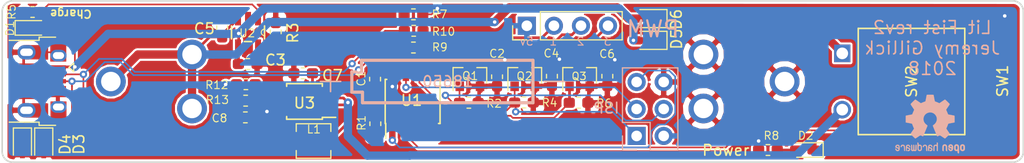
<source format=kicad_pcb>
(kicad_pcb (version 20171130) (host pcbnew "(5.0.0-3-g5ebb6b6)")
  (layers (0 F.Cu signal) (31 B.Cu signal) (34 B.Paste user) (35 F.Paste user) (36 B.SilkS user) (37 F.SilkS user hide) (38 B.Mask user) (39 F.Mask user) (44 Edge.Cuts user))
  (net 0 "")
  (net 1 GND)
  (net 2 "Net-(D1-Pad1)")
  (net 3 "Net-(J1-Pad2)")
  (net 4 "Net-(R3-Pad1)")
  (net 5 "Net-(R1-Pad1)")
  (net 6 "Net-(D2-Pad2)")
  (net 7 +5V)
  (net 8 "Net-(D3-Pad1)")
  (net 9 "Net-(D4-Pad1)")
  (net 10 "Net-(J1-Pad3)")
  (net 11 "Net-(J1-Pad4)")
  (net 12 D-)
  (net 13 D+)
  (net 14 MOSI)
  (net 15 RST)
  (net 16 "Net-(L1-Pad2)")
  (net 17 PWM3)
  (net 18 "Net-(R5-Pad1)")
  (net 19 "Net-(R12-Pad2)")
  (net 20 Vin)
  (net 21 "Net-(C7-Pad1)")
  (net 22 +BATT)
  (net 23 "Net-(D5-Pad1)")
  (module Jeremy:Switch_SPST_GPTS203211BR2 (layer F.Cu) (at 182.85 91.1 270)
    (fp_text reference SW2 (at 0 0 270) (layer F.SilkS))
    (fp_text value Power hide)
    (pad 1 thru_hole rect (at -2.65 6.5 270) (size 1.65 1.524) (drill 1.1) (layers *.Cu *.Mask) (net 23 "Net-(D5-Pad1)"))
    (pad 2 thru_hole circle (at 2.65 6.5 270) (size 1.65 1.65) (drill 1.1) (layers *.Cu *.Mask) (net 21 "Net-(C7-Pad1)"))
  )
  (module SOT95P280X145-5N (layer F.Cu) (at 120.575 86.475 270)
    (fp_text reference U2 (at 0.075 0.075) (layer F.SilkS) (effects (font (size 0.75 0.75) (thickness 0.1))))
    (fp_text value MCP73831T-2ACI/OT hide)
    (pad 1 smd rect (at -1.2954 -0.9398 270) (size 1.27 0.5588) (layers F.Cu F.Paste F.Mask) (net 18 "Net-(R5-Pad1)"))
    (pad 2 smd rect (at -1.2954 0 270) (size 1.27 0.5588) (layers F.Cu F.Paste F.Mask) (net 1 GND))
    (pad 3 smd rect (at -1.2954 0.9398 270) (size 1.27 0.5588) (layers F.Cu F.Paste F.Mask) (net 22 +BATT))
    (pad 4 smd rect (at 1.2954 0.9398 270) (size 1.27 0.5588) (layers F.Cu F.Paste F.Mask) (net 20 Vin))
    (pad 5 smd rect (at 1.2954 -0.9398 270) (size 1.27 0.5588) (layers F.Cu F.Paste F.Mask) (net 4 "Net-(R3-Pad1)"))
  )
  (module Jeremy:Switch_TE_FSMSM (layer F.Cu) (at 191.6 91.1 270)
    (fp_text reference SW1 (at -0.05 0.2 270) (layer F.SilkS))
    (fp_text value Mode hide)
    (pad 1 smd rect (at -4.6 0 270) (size 2.18 1.6) (layers F.Cu F.Paste F.Mask) (net 7 +5V))
    (pad 2 smd rect (at 4.6 0 270) (size 2.18 1.6) (layers F.Cu F.Paste F.Mask) (net 5 "Net-(R1-Pad1)"))
  )
  (module Connector_USB:USB_Micro-B_Amphenol_10103594-0001LF_Horizontal (layer F.Cu) (at 100.9 91.1 270)
    (fp_text reference J2 hide)
    (fp_text value USB_B_Micro)
    (pad 6 smd rect (at 2.725 0.185 270) (size 1.35 2) (layers F.Cu F.Paste F.Mask) (net 1 GND))
    (pad 6 smd rect (at -2.755 0.185 270) (size 1.35 2) (layers F.Cu F.Paste F.Mask) (net 1 GND))
    (pad 6 smd rect (at -2.975 -0.565 270) (size 1.825 0.7) (layers F.Cu F.Paste F.Mask) (net 1 GND))
    (pad 6 smd rect (at 2.975 -0.565 270) (size 1.825 0.7) (layers F.Cu F.Paste F.Mask) (net 1 GND))
    (pad 6 smd rect (at -2.875 -1.865 270) (size 2 1.5) (layers F.Cu F.Paste F.Mask) (net 1 GND))
    (pad 6 smd rect (at 2.875 -1.885 270) (size 2 1.5) (layers F.Cu F.Paste F.Mask) (net 1 GND))
    (pad 1 smd rect (at -1.325 -1.765) (size 1.65 0.4) (layers F.Cu F.Paste F.Mask) (net 20 Vin))
    (pad 2 smd rect (at -0.675 -1.765) (size 1.65 0.4) (layers F.Cu F.Paste F.Mask) (net 9 "Net-(D4-Pad1)"))
    (pad 3 smd rect (at -0.025 -1.765) (size 1.65 0.4) (layers F.Cu F.Paste F.Mask) (net 8 "Net-(D3-Pad1)"))
    (pad 4 smd rect (at 0.625 -1.765) (size 1.65 0.4) (layers F.Cu F.Paste F.Mask))
    (pad 5 smd rect (at 1.275 -1.765) (size 1.65 0.4) (layers F.Cu F.Paste F.Mask) (net 1 GND))
    (pad 6 thru_hole oval (at -2.445 -1.885) (size 1.5 1.1) (drill oval 1.05 0.65) (layers *.Cu *.Mask) (net 1 GND))
    (pad 6 thru_hole oval (at 2.395 -1.885) (size 1.5 1.1) (drill oval 1.05 0.65) (layers *.Cu *.Mask) (net 1 GND))
    (pad 6 thru_hole oval (at -2.755 1.115) (size 1.7 1.35) (drill oval 1.2 0.7) (layers *.Cu *.Mask) (net 1 GND))
    (pad 6 thru_hole oval (at 2.705 1.115) (size 1.7 1.35) (drill oval 1.2 0.7) (layers *.Cu *.Mask) (net 1 GND))
    (pad 6 smd rect (at -0.985 1.385) (size 2.5 1.43) (layers F.Cu F.Paste F.Mask) (net 1 GND))
    (pad 6 smd rect (at 0.935 1.385) (size 2.5 1.43) (layers F.Cu F.Paste F.Mask) (net 1 GND))
  )
  (module Connector_PinHeader_2.54mm:PinHeader_2x03_P2.54mm_Vertical (layer B.Cu) (at 157.05 96.225)
    (fp_text reference J4 hide)
    (fp_text value ISP (at -2.85 -2.625) (layer B.SilkS) (effects (justify mirror)))
    (pad 1 thru_hole rect (at 0 0) (size 1.7 1.7) (drill 1) (layers *.Cu *.Mask) (net 12 D-))
    (pad 2 thru_hole oval (at 2.54 0) (size 1.7 1.7) (drill 1) (layers *.Cu *.Mask) (net 7 +5V))
    (pad 3 thru_hole oval (at 0 -2.54) (size 1.7 1.7) (drill 1) (layers *.Cu *.Mask) (net 13 D+))
    (pad 4 thru_hole oval (at 2.54 -2.54) (size 1.7 1.7) (drill 1) (layers *.Cu *.Mask) (net 14 MOSI))
    (pad 5 thru_hole oval (at 0 -5.08) (size 1.7 1.7) (drill 1) (layers *.Cu *.Mask) (net 15 RST))
    (pad 6 thru_hole oval (at 2.54 -5.08) (size 1.7 1.7) (drill 1) (layers *.Cu *.Mask) (net 1 GND))
  )
  (module Package_TO_SOT_SMD:SOT-23 (layer F.Cu) (at 141.4 90.55 90)
    (fp_text reference Q1 (at -0.025 0.025 180) (layer F.SilkS) (effects (font (size 0.75 0.75) (thickness 0.1))))
    (fp_text value NTR4003NT1G hide)
    (pad 1 smd rect (at -1 -0.95 90) (size 0.9 0.8) (layers F.Cu F.Paste F.Mask) (net 14 MOSI))
    (pad 2 smd rect (at -1 0.95 90) (size 0.9 0.8) (layers F.Cu F.Paste F.Mask) (net 1 GND))
    (pad 3 smd rect (at 1 0 90) (size 0.9 0.8) (layers F.Cu F.Paste F.Mask) (net 3 "Net-(J1-Pad2)"))
  )
  (module Capacitor_SMD:C_0603_1608Metric_Pad1.05x0.95mm_HandSolder (layer F.Cu) (at 132.5 90.875 270)
    (fp_text reference C1 (at -0.05 1.3 270) (layer F.SilkS) (effects (font (size 0.75 0.75) (thickness 0.1))))
    (fp_text value 0.1uF)
    (pad 2 smd roundrect (at 0.875 0 270) (size 1.05 0.95) (layers F.Cu F.Paste F.Mask) (net 1 GND))
    (pad 1 smd roundrect (at -0.875 0 270) (size 1.05 0.95) (layers F.Cu F.Paste F.Mask) (net 7 +5V))
  )
  (module Capacitor_SMD:C_0603_1608Metric_Pad1.05x0.95mm_HandSolder (layer F.Cu) (at 143.95 90.65 90)
    (fp_text reference C2 (at 2.175 0 180) (layer F.SilkS) (effects (font (size 0.75 0.75) (thickness 0.1))))
    (fp_text value 4.7uF)
    (pad 1 smd roundrect (at -0.875 0 90) (size 1.05 0.95) (layers F.Cu F.Paste F.Mask) (net 1 GND))
    (pad 2 smd roundrect (at 0.875 0 90) (size 1.05 0.95) (layers F.Cu F.Paste F.Mask) (net 7 +5V))
  )
  (module Capacitor_SMD:C_0603_1608Metric_Pad1.05x0.95mm_HandSolder (layer F.Cu) (at 120.55 89.45)
    (fp_text reference C3 (at 2.6 -0.375) (layer F.SilkS))
    (fp_text value 4.7uF)
    (pad 2 smd roundrect (at 0.875 0) (size 1.05 0.95) (layers F.Cu F.Paste F.Mask) (net 1 GND))
    (pad 1 smd roundrect (at -0.875 0) (size 1.05 0.95) (layers F.Cu F.Paste F.Mask) (net 20 Vin))
  )
  (module Capacitor_SMD:C_0603_1608Metric_Pad1.05x0.95mm_HandSolder (layer F.Cu) (at 149.1 90.6 90)
    (fp_text reference C4 (at 2.15 -0.05 180) (layer F.SilkS) (effects (font (size 0.75 0.75) (thickness 0.1))))
    (fp_text value 4.7uF)
    (pad 1 smd roundrect (at -0.875 0 90) (size 1.05 0.95) (layers F.Cu F.Paste F.Mask) (net 1 GND))
    (pad 2 smd roundrect (at 0.875 0 90) (size 1.05 0.95) (layers F.Cu F.Paste F.Mask) (net 7 +5V))
  )
  (module Capacitor_SMD:C_0603_1608Metric_Pad1.05x0.95mm_HandSolder (layer F.Cu) (at 118.15 86.025 90)
    (fp_text reference C5 (at -0.1 -1.675 180) (layer F.SilkS))
    (fp_text value 4.7uF)
    (pad 1 smd roundrect (at -0.875 0 90) (size 1.05 0.95) (layers F.Cu F.Paste F.Mask) (net 22 +BATT))
    (pad 2 smd roundrect (at 0.875 0 90) (size 1.05 0.95) (layers F.Cu F.Paste F.Mask) (net 1 GND))
  )
  (module Capacitor_SMD:C_0603_1608Metric_Pad1.05x0.95mm_HandSolder (layer F.Cu) (at 154.3 90.6 90)
    (fp_text reference C6 (at 2.1 -0.025 180) (layer F.SilkS) (effects (font (size 0.75 0.75) (thickness 0.1))))
    (fp_text value 4.7uF)
    (pad 2 smd roundrect (at 0.875 0 90) (size 1.05 0.95) (layers F.Cu F.Paste F.Mask) (net 7 +5V))
    (pad 1 smd roundrect (at -0.875 0 90) (size 1.05 0.95) (layers F.Cu F.Paste F.Mask) (net 1 GND))
  )
  (module Capacitor_SMD:C_0603_1608Metric_Pad1.05x0.95mm_HandSolder (layer F.Cu) (at 125.75 90.325 180)
    (fp_text reference C7 (at -2.75 -0.2 180) (layer F.SilkS))
    (fp_text value 10uF)
    (pad 2 smd roundrect (at 0.875 0 180) (size 1.05 0.95) (layers F.Cu F.Paste F.Mask) (net 1 GND))
    (pad 1 smd roundrect (at -0.875 0 180) (size 1.05 0.95) (layers F.Cu F.Paste F.Mask) (net 21 "Net-(C7-Pad1)"))
  )
  (module Capacitor_SMD:C_0603_1608Metric_Pad1.05x0.95mm_HandSolder (layer F.Cu) (at 120.325 94.475 180)
    (fp_text reference C8 (at 2.425 -0.075 180) (layer F.SilkS) (effects (font (size 0.75 0.75) (thickness 0.1))))
    (fp_text value 22uF)
    (pad 1 smd roundrect (at -0.875 0 180) (size 1.05 0.95) (layers F.Cu F.Paste F.Mask) (net 7 +5V))
    (pad 2 smd roundrect (at 0.875 0 180) (size 1.05 0.95) (layers F.Cu F.Paste F.Mask) (net 1 GND))
  )
  (module LED_SMD:LED_0603_1608Metric_Castellated (layer F.Cu) (at 100.4 86.05)
    (fp_text reference D1 (at -2.175 0.05 90) (layer F.SilkS) (effects (font (size 0.75 0.75) (thickness 0.1))))
    (fp_text value LED)
    (pad 2 smd roundrect (at 0.8125 0) (size 1.225 0.85) (layers F.Cu F.Paste F.Mask) (net 20 Vin))
    (pad 1 smd roundrect (at -0.8125 0) (size 1.225 0.85) (layers F.Cu F.Paste F.Mask) (net 2 "Net-(D1-Pad1)"))
  )
  (module LED_SMD:LED_0603_1608Metric_Castellated (layer F.Cu) (at 172.875 97.55 180)
    (fp_text reference D2 (at -0.05 1.35 180) (layer F.SilkS) (effects (font (size 0.75 0.75) (thickness 0.1))))
    (fp_text value LED)
    (pad 2 smd roundrect (at 0.8125 0 180) (size 1.225 0.85) (layers F.Cu F.Paste F.Mask) (net 6 "Net-(D2-Pad2)"))
    (pad 1 smd roundrect (at -0.8125 0 180) (size 1.225 0.85) (layers F.Cu F.Paste F.Mask) (net 1 GND))
  )
  (module Diode_SMD:D_SOD-323 (layer F.Cu) (at 101.4 96.975 270)
    (fp_text reference D3 (at 0.025 -3.3 270) (layer F.SilkS))
    (fp_text value 3v6)
    (pad 2 smd rect (at 1.05 0 270) (size 0.6 0.45) (layers F.Cu F.Paste F.Mask) (net 1 GND))
    (pad 1 smd rect (at -1.05 0 270) (size 0.6 0.45) (layers F.Cu F.Paste F.Mask) (net 8 "Net-(D3-Pad1)"))
  )
  (module Diode_SMD:D_SOD-323 (layer F.Cu) (at 99.4 96.975 270)
    (fp_text reference D4 (at 0.05 -4 270) (layer F.SilkS))
    (fp_text value 3v6)
    (pad 1 smd rect (at -1.05 0 270) (size 0.6 0.45) (layers F.Cu F.Paste F.Mask) (net 9 "Net-(D4-Pad1)"))
    (pad 2 smd rect (at 1.05 0 270) (size 0.6 0.45) (layers F.Cu F.Paste F.Mask) (net 1 GND))
  )
  (module Inductor_SMD:L_Vishay_IHLP-1212 (layer F.Cu) (at 126.725 96.7 180)
    (fp_text reference L1 (at -0.025 1.1 180) (layer F.SilkS) (effects (font (size 0.75 0.75) (thickness 0.1))))
    (fp_text value 2.2uH3A)
    (pad 1 smd rect (at -1.35 0 180) (size 1.5 1.2) (layers F.Cu F.Paste F.Mask) (net 21 "Net-(C7-Pad1)"))
    (pad 2 smd rect (at 1.35 0 180) (size 1.5 1.2) (layers F.Cu F.Paste F.Mask) (net 16 "Net-(L1-Pad2)"))
  )
  (module Package_TO_SOT_SMD:SOT-23 (layer F.Cu) (at 146.55 90.55 90)
    (fp_text reference Q2 (at -0.05 -0.025) (layer F.SilkS) (effects (font (size 0.75 0.75) (thickness 0.1))))
    (fp_text value NTR4003NT1G)
    (pad 1 smd rect (at -1 -0.95 90) (size 0.9 0.8) (layers F.Cu F.Paste F.Mask) (net 12 D-))
    (pad 2 smd rect (at -1 0.95 90) (size 0.9 0.8) (layers F.Cu F.Paste F.Mask) (net 1 GND))
    (pad 3 smd rect (at 1 0 90) (size 0.9 0.8) (layers F.Cu F.Paste F.Mask) (net 10 "Net-(J1-Pad3)"))
  )
  (module Package_TO_SOT_SMD:SOT-23 (layer F.Cu) (at 151.7 90.55 90)
    (fp_text reference Q3 (at -0.05 -0.05 180) (layer F.SilkS) (effects (font (size 0.7 0.7) (thickness 0.1))))
    (fp_text value NTR4003NT1G)
    (pad 3 smd rect (at 1 0 90) (size 0.9 0.8) (layers F.Cu F.Paste F.Mask) (net 11 "Net-(J1-Pad4)"))
    (pad 2 smd rect (at -1 0.95 90) (size 0.9 0.8) (layers F.Cu F.Paste F.Mask) (net 1 GND))
    (pad 1 smd rect (at -1 -0.95 90) (size 0.9 0.8) (layers F.Cu F.Paste F.Mask) (net 17 PWM3))
  )
  (module Resistor_SMD:R_0603_1608Metric_Pad1.05x0.95mm_HandSolder (layer F.Cu) (at 132.525 95.075 270)
    (fp_text reference R1 (at -0.075 1.3 270) (layer F.SilkS) (effects (font (size 0.75 0.75) (thickness 0.1))))
    (fp_text value 20K)
    (pad 2 smd roundrect (at 0.875 0 270) (size 1.05 0.95) (layers F.Cu F.Paste F.Mask) (net 1 GND))
    (pad 1 smd roundrect (at -0.875 0 270) (size 1.05 0.95) (layers F.Cu F.Paste F.Mask) (net 5 "Net-(R1-Pad1)"))
  )
  (module Resistor_SMD:R_0603_1608Metric_Pad1.05x0.95mm_HandSolder (layer F.Cu) (at 141.3 93.1)
    (fp_text reference R2 (at 2.375 0.075) (layer F.SilkS) (effects (font (size 0.75 0.75) (thickness 0.1))))
    (fp_text value 20k)
    (pad 2 smd roundrect (at 0.875 0) (size 1.05 0.95) (layers F.Cu F.Paste F.Mask) (net 1 GND))
    (pad 1 smd roundrect (at -0.875 0) (size 1.05 0.95) (layers F.Cu F.Paste F.Mask) (net 14 MOSI))
  )
  (module Resistor_SMD:R_0603_1608Metric_Pad1.05x0.95mm_HandSolder (layer F.Cu) (at 123.175 86.425 90)
    (fp_text reference R3 (at -0.1 1.6 90) (layer F.SilkS))
    (fp_text value 2k)
    (pad 2 smd roundrect (at 0.875 0 90) (size 1.05 0.95) (layers F.Cu F.Paste F.Mask) (net 1 GND))
    (pad 1 smd roundrect (at -0.875 0 90) (size 1.05 0.95) (layers F.Cu F.Paste F.Mask) (net 4 "Net-(R3-Pad1)"))
  )
  (module Resistor_SMD:R_0603_1608Metric_Pad1.05x0.95mm_HandSolder (layer F.Cu) (at 146.475 93.075)
    (fp_text reference R4 (at 2.4 0.025) (layer F.SilkS) (effects (font (size 0.75 0.75) (thickness 0.1))))
    (fp_text value 20k)
    (pad 1 smd roundrect (at -0.875 0) (size 1.05 0.95) (layers F.Cu F.Paste F.Mask) (net 12 D-))
    (pad 2 smd roundrect (at 0.875 0) (size 1.05 0.95) (layers F.Cu F.Paste F.Mask) (net 1 GND))
  )
  (module Resistor_SMD:R_0603_1608Metric_Pad1.05x0.95mm_HandSolder (layer F.Cu) (at 151.6 93.1)
    (fp_text reference R6 (at 2.4 0.05) (layer F.SilkS) (effects (font (size 0.75 0.75) (thickness 0.1))))
    (fp_text value 20k)
    (pad 2 smd roundrect (at 0.875 0) (size 1.05 0.95) (layers F.Cu F.Paste F.Mask) (net 1 GND))
    (pad 1 smd roundrect (at -0.875 0) (size 1.05 0.95) (layers F.Cu F.Paste F.Mask) (net 17 PWM3))
  )
  (module Resistor_SMD:R_0603_1608Metric_Pad1.05x0.95mm_HandSolder (layer F.Cu) (at 136.1 84.775)
    (fp_text reference R7 (at 2.45 0) (layer F.SilkS) (effects (font (size 0.75 0.75) (thickness 0.1))))
    (fp_text value 2.2k)
    (pad 1 smd roundrect (at -0.875 0) (size 1.05 0.95) (layers F.Cu F.Paste F.Mask) (net 9 "Net-(D4-Pad1)"))
    (pad 2 smd roundrect (at 0.875 0) (size 1.05 0.95) (layers F.Cu F.Paste F.Mask) (net 20 Vin))
  )
  (module Resistor_SMD:R_0603_1608Metric_Pad1.05x0.95mm_HandSolder (layer F.Cu) (at 169.375 97.55 180)
    (fp_text reference R8 (at -0.325 1.35 180) (layer F.SilkS) (effects (font (size 0.75 0.75) (thickness 0.1))))
    (fp_text value 120)
    (pad 1 smd roundrect (at -0.875 0 180) (size 1.05 0.95) (layers F.Cu F.Paste F.Mask) (net 6 "Net-(D2-Pad2)"))
    (pad 2 smd roundrect (at 0.875 0 180) (size 1.05 0.95) (layers F.Cu F.Paste F.Mask) (net 7 +5V))
  )
  (module Resistor_SMD:R_0603_1608Metric_Pad1.05x0.95mm_HandSolder (layer F.Cu) (at 136.1 87.9 180)
    (fp_text reference R9 (at -2.475 0.025 180) (layer F.SilkS) (effects (font (size 0.75 0.75) (thickness 0.1))))
    (fp_text value 68)
    (pad 2 smd roundrect (at 0.875 0 180) (size 1.05 0.95) (layers F.Cu F.Paste F.Mask) (net 8 "Net-(D3-Pad1)"))
    (pad 1 smd roundrect (at -0.875 0 180) (size 1.05 0.95) (layers F.Cu F.Paste F.Mask) (net 13 D+))
  )
  (module Resistor_SMD:R_0603_1608Metric_Pad1.05x0.95mm_HandSolder (layer F.Cu) (at 136.125 86.325 180)
    (fp_text reference R10 (at -2.8 -0.075 180) (layer F.SilkS) (effects (font (size 0.75 0.75) (thickness 0.1))))
    (fp_text value 68)
    (pad 1 smd roundrect (at -0.875 0 180) (size 1.05 0.95) (layers F.Cu F.Paste F.Mask) (net 12 D-))
    (pad 2 smd roundrect (at 0.875 0 180) (size 1.05 0.95) (layers F.Cu F.Paste F.Mask) (net 9 "Net-(D4-Pad1)"))
  )
  (module Resistor_SMD:R_0603_1608Metric_Pad1.05x0.95mm_HandSolder (layer F.Cu) (at 120.375012 91.354058)
    (fp_text reference R12 (at -2.725012 0.070942) (layer F.SilkS) (effects (font (size 0.75 0.75) (thickness 0.1))))
    (fp_text value 750K)
    (pad 2 smd roundrect (at 0.875 0) (size 1.05 0.95) (layers F.Cu F.Paste F.Mask) (net 19 "Net-(R12-Pad2)"))
    (pad 1 smd roundrect (at -0.875 0) (size 1.05 0.95) (layers F.Cu F.Paste F.Mask) (net 7 +5V))
  )
  (module Resistor_SMD:R_0603_1608Metric_Pad1.05x0.95mm_HandSolder (layer F.Cu) (at 120.350012 92.904058 180)
    (fp_text reference R13 (at 2.650012 0.079058 180) (layer F.SilkS) (effects (font (size 0.75 0.75) (thickness 0.1))))
    (fp_text value 100K)
    (pad 1 smd roundrect (at -0.875 0 180) (size 1.05 0.95) (layers F.Cu F.Paste F.Mask) (net 19 "Net-(R12-Pad2)"))
    (pad 2 smd roundrect (at 0.875 0 180) (size 1.05 0.95) (layers F.Cu F.Paste F.Mask) (net 1 GND))
  )
  (module Package_SO:SOIC-8_3.9x4.9mm_P1.27mm (layer F.Cu) (at 136.025001 92.975471 90)
    (fp_text reference U1 (at 0.100471 -0.100001 180) (layer F.SilkS))
    (fp_text value ATtiny85-20SU)
    (pad 1 smd rect (at -2.7 -1.905 90) (size 1.55 0.6) (layers F.Cu F.Paste F.Mask) (net 15 RST))
    (pad 2 smd rect (at -2.7 -0.635 90) (size 1.55 0.6) (layers F.Cu F.Paste F.Mask) (net 5 "Net-(R1-Pad1)"))
    (pad 3 smd rect (at -2.7 0.635 90) (size 1.55 0.6) (layers F.Cu F.Paste F.Mask) (net 17 PWM3))
    (pad 4 smd rect (at -2.7 1.905 90) (size 1.55 0.6) (layers F.Cu F.Paste F.Mask) (net 1 GND))
    (pad 5 smd rect (at 2.7 1.905 90) (size 1.55 0.6) (layers F.Cu F.Paste F.Mask) (net 14 MOSI))
    (pad 6 smd rect (at 2.7 0.635 90) (size 1.55 0.6) (layers F.Cu F.Paste F.Mask) (net 12 D-))
    (pad 7 smd rect (at 2.7 -0.635 90) (size 1.55 0.6) (layers F.Cu F.Paste F.Mask) (net 13 D+))
    (pad 8 smd rect (at 2.7 -1.905 90) (size 1.55 0.6) (layers F.Cu F.Paste F.Mask) (net 7 +5V))
  )
  (module Package_SO:MSOP-8_3x3mm_P0.65mm (layer F.Cu) (at 125.875 92.975 180)
    (fp_text reference U3 (at 0 -0.15 180) (layer F.SilkS))
    (fp_text value PAM2401-8MSOP)
    (pad 1 smd rect (at -2.2 -0.975 180) (size 1.45 0.45) (layers F.Cu F.Paste F.Mask) (net 16 "Net-(L1-Pad2)"))
    (pad 2 smd rect (at -2.2 -0.325 180) (size 1.45 0.45) (layers F.Cu F.Paste F.Mask) (net 21 "Net-(C7-Pad1)"))
    (pad 3 smd rect (at -2.2 0.325 180) (size 1.45 0.45) (layers F.Cu F.Paste F.Mask) (net 21 "Net-(C7-Pad1)"))
    (pad 4 smd rect (at -2.2 0.975 180) (size 1.45 0.45) (layers F.Cu F.Paste F.Mask) (net 1 GND))
    (pad 5 smd rect (at 2.2 0.975 180) (size 1.45 0.45) (layers F.Cu F.Paste F.Mask) (net 19 "Net-(R12-Pad2)"))
    (pad 6 smd rect (at 2.2 0.325 180) (size 1.45 0.45) (layers F.Cu F.Paste F.Mask))
    (pad 7 smd rect (at 2.2 -0.325 180) (size 1.45 0.45) (layers F.Cu F.Paste F.Mask) (net 7 +5V))
    (pad 8 smd rect (at 2.2 -0.975 180) (size 1.45 0.45) (layers F.Cu F.Paste F.Mask) (net 1 GND))
  )
  (module Resistor_SMD:R_0603_1608Metric (layer F.Cu) (at 100.35 84.55 180)
    (fp_text reference R5 (at 1.975 0 270) (layer F.SilkS) (effects (font (size 0.75 0.75) (thickness 0.1))))
    (fp_text value 470)
    (pad 1 smd roundrect (at -0.7875 0 180) (size 0.875 0.95) (layers F.Cu F.Paste F.Mask) (net 18 "Net-(R5-Pad1)"))
    (pad 2 smd roundrect (at 0.7875 0 180) (size 0.875 0.95) (layers F.Cu F.Paste F.Mask) (net 2 "Net-(D1-Pad1)"))
  )
  (module Connector_PinHeader_2.54mm:PinHeader_1x04_P2.54mm_Vertical (layer F.Cu) (at 146.745 85.85 90)
    (fp_text reference J1 hide)
    (fp_text value PWM)
    (pad 4 thru_hole oval (at 0 7.62 90) (size 1.7 1.7) (drill 1) (layers *.Cu *.Mask) (net 11 "Net-(J1-Pad4)"))
    (pad 3 thru_hole oval (at 0 5.08 90) (size 1.7 1.7) (drill 1) (layers *.Cu *.Mask) (net 10 "Net-(J1-Pad3)"))
    (pad 2 thru_hole oval (at 0 2.54 90) (size 1.7 1.7) (drill 1) (layers *.Cu *.Mask) (net 3 "Net-(J1-Pad2)"))
    (pad 1 thru_hole rect (at 0 0 90) (size 1.7 1.7) (drill 1) (layers *.Cu *.Mask) (net 7 +5V))
  )
  (module Diode_SMD:D_SOD-323 (layer F.Cu) (at 158.4 87.225 180)
    (fp_text reference D5 (at -2.4 0.125 270) (layer F.SilkS))
    (fp_text value 20V2A)
    (pad 1 smd rect (at -1.05 0 180) (size 0.6 0.45) (layers F.Cu F.Paste F.Mask) (net 23 "Net-(D5-Pad1)"))
    (pad 2 smd rect (at 1.05 0 180) (size 0.6 0.45) (layers F.Cu F.Paste F.Mask) (net 20 Vin))
  )
  (module Diode_SMD:D_SOD-323 (layer F.Cu) (at 158.4 85.175 180)
    (fp_text reference D6 (at -2.375 -0.075 270) (layer F.SilkS))
    (fp_text value 20V2A)
    (pad 2 smd rect (at 1.05 0 180) (size 0.6 0.45) (layers F.Cu F.Paste F.Mask) (net 22 +BATT))
    (pad 1 smd rect (at -1.05 0 180) (size 0.6 0.45) (layers F.Cu F.Paste F.Mask) (net 23 "Net-(D5-Pad1)"))
  )
  (module Symbol:OSHW-Logo2_7.3x6mm_SilkScreen (layer B.Cu) (at 184.6 95.1 180)
    (fp_text reference REF** hide)
    (fp_text value OSHW-Logo2_7.3x6mm_SilkScreen hide)
  )
  (module Jeremy:Battery_Clips_18650 (layer B.Cu) (at 139.32 91.1 180)
    (fp_text reference J3 hide)
    (fp_text value Battery hide)
    (fp_text user - (at -10 0.2032 180) (layer B.SilkS) (effects (font (size 2.5 2.5)) (justify mirror)))
    (fp_text user + (at 11 0.2032 180) (layer B.SilkS) (effects (font (size 2.5 2.5)) (justify mirror)))
    (fp_text user 18650 (at 0 0 180) (layer B.SilkS) (effects (justify mirror)))
    (pad 2 thru_hole circle (at -24 2.54 180) (size 2.8 2.8) (drill 1.83) (layers *.Cu *.Mask) (net 1 GND))
    (pad 2 thru_hole circle (at -24 -2.54 180) (size 2.8 2.8) (drill 1.83) (layers *.Cu *.Mask) (net 1 GND))
    (pad 1 thru_hole circle (at 24 2.54 180) (size 2.8 2.8) (drill 1.83) (layers *.Cu *.Mask) (net 22 +BATT))
    (pad 1 thru_hole circle (at 24 -2.54 180) (size 2.8 2.8) (drill 1.83) (layers *.Cu *.Mask) (net 22 +BATT))
    (pad 1 thru_hole circle (at 31.62 0 180) (size 2.8 2.8) (drill 1.83) (layers *.Cu *.Mask) (net 22 +BATT))
    (pad 2 thru_hole circle (at -31.62 0 180) (size 2.8 2.8) (drill 1.83) (layers *.Cu *.Mask) (net 1 GND))
  )
  (gr_text PWM (at 158.575 86.15) (layer B.SilkS) (effects (font (size 1.5 1.5) (thickness 0.2)) (justify mirror)))
  (gr_text Power (at 165.425 97.575) (layer F.SilkS) (effects (font (size 1 1))))
  (gr_text Charge (at 103.95 84.725 180) (layer F.SilkS) (effects (font (size 0.75 0.75))))
  (gr_text 3 (at 154.325 87.325) (layer B.SilkS) (effects (font (size 0.75 0.75) (thickness 0.1)) (justify mirror)))
  (gr_text 2 (at 151.775 87.325) (layer B.SilkS) (effects (font (size 0.75 0.75) (thickness 0.1)) (justify mirror)))
  (gr_text 1 (at 149.225 87.325) (layer B.SilkS) (effects (font (size 0.75 0.75) (thickness 0.1)) (justify mirror)))
  (gr_text 5v (at 146.725 87.325) (layer B.SilkS) (effects (font (size 0.75 0.75) (thickness 0.1)) (justify mirror)))
  (gr_arc (start 192.35 97.7) (end 192.35 98.7) (angle -90) (layer Edge.Cuts) (width 0.15))
  (gr_arc (start 192.35 84.5) (end 193.35 84.5) (angle -90) (layer Edge.Cuts) (width 0.15))
  (gr_arc (start 98.5 97.7) (end 97.5 97.7) (angle -90) (layer Edge.Cuts) (width 0.15))
  (gr_arc (start 98.5 84.5) (end 97.5 84.5) (angle 90) (layer Edge.Cuts) (width 0.15))
  (gr_text "Lit Fist rev2\nJeremy Gillick\n2018" (at 184.8 87.95) (layer B.SilkS) (effects (font (size 1.2 1.2)) (justify mirror)))
  (gr_line (start 192.35 83.5) (end 98.5 83.5) (layer Edge.Cuts) (width 0.15))
  (gr_line (start 193.35 97.7) (end 193.35 84.5) (layer Edge.Cuts) (width 0.15))
  (gr_line (start 98.5 98.7) (end 192.35 98.7) (layer Edge.Cuts) (width 0.15))
  (gr_line (start 97.5 84.5) (end 97.5 97.7) (layer Edge.Cuts) (width 0.15))
  (segment (start 99.515 88.615) (end 99.785 88.345) (width 0.254) (layer F.Cu) (net 1))
  (segment (start 99.515 90.115) (end 99.515 88.615) (width 0.254) (layer F.Cu) (net 1))
  (segment (start 99.515 93.535) (end 99.785 93.805) (width 0.254) (layer F.Cu) (net 1))
  (segment (start 99.515 92.035) (end 99.515 93.535) (width 0.254) (layer F.Cu) (net 1))
  (segment (start 102.645 88.345) (end 102.765 88.225) (width 0.154) (layer F.Cu) (net 1))
  (segment (start 100.715 88.345) (end 102.645 88.345) (width 0.154) (layer F.Cu) (net 1))
  (segment (start 99.5625 86.025) (end 99.5875 86.05) (width 0.154) (layer F.Cu) (net 2))
  (segment (start 99.5625 84.55) (end 99.5625 86.025) (width 0.154) (layer F.Cu) (net 2))
  (segment (start 142.054 89.55) (end 141.4 89.55) (width 0.254) (layer F.Cu) (net 3))
  (segment (start 144.624599 86.979401) (end 142.054 89.55) (width 0.254) (layer F.Cu) (net 3))
  (segment (start 148.155599 86.979401) (end 144.624599 86.979401) (width 0.254) (layer F.Cu) (net 3))
  (segment (start 149.285 85.85) (end 148.155599 86.979401) (width 0.254) (layer F.Cu) (net 3))
  (segment (start 122.7046 87.7704) (end 123.175 87.3) (width 0.154) (layer F.Cu) (net 4))
  (segment (start 121.5148 87.7704) (end 122.7046 87.7704) (width 0.154) (layer F.Cu) (net 4))
  (segment (start 135.390001 95.675471) (end 135.390001 96.150471) (width 0.1524) (layer F.Cu) (net 5))
  (segment (start 135.390001 95.200471) (end 135.390001 95.675471) (width 0.1524) (layer F.Cu) (net 5))
  (segment (start 134.38953 94.2) (end 135.390001 95.200471) (width 0.1524) (layer F.Cu) (net 5))
  (segment (start 132.525 94.2) (end 134.38953 94.2) (width 0.1524) (layer F.Cu) (net 5))
  (segment (start 136.543931 97.304401) (end 165.420599 97.304401) (width 0.154) (layer F.Cu) (net 5))
  (segment (start 135.390001 96.150471) (end 136.543931 97.304401) (width 0.154) (layer F.Cu) (net 5))
  (segment (start 165.420599 97.304401) (end 167.025 95.7) (width 0.154) (layer F.Cu) (net 5))
  (segment (start 167.025 95.7) (end 191.6 95.7) (width 0.154) (layer F.Cu) (net 5))
  (segment (start 170.25 97.55) (end 172.0625 97.55) (width 0.254) (layer F.Cu) (net 6))
  (segment (start 143.95 89.775) (end 143.95 89.425) (width 0.254) (layer F.Cu) (net 7))
  (segment (start 149.1 89.725) (end 149.1 89.675) (width 0.254) (layer F.Cu) (net 7))
  (via (at 155 89.05) (size 0.6858) (drill 0.3302) (layers F.Cu B.Cu) (net 7))
  (segment (start 154.325 89.725) (end 155 89.05) (width 0.254) (layer F.Cu) (net 7))
  (segment (start 154.3 89.725) (end 154.325 89.725) (width 0.254) (layer F.Cu) (net 7))
  (via (at 149.8 89) (size 0.6858) (drill 0.3302) (layers F.Cu B.Cu) (net 7))
  (segment (start 149.1 89.7) (end 149.8 89) (width 0.254) (layer F.Cu) (net 7))
  (segment (start 149.1 89.725) (end 149.1 89.7) (width 0.254) (layer F.Cu) (net 7))
  (via (at 144.675 89.05) (size 0.6858) (drill 0.3302) (layers F.Cu B.Cu) (net 7))
  (segment (start 143.95 89.775) (end 144.675 89.05) (width 0.254) (layer F.Cu) (net 7))
  (via (at 191.6 84.925) (size 0.6858) (drill 0.3302) (layers F.Cu B.Cu) (net 7))
  (segment (start 191.6 86.5) (end 191.6 84.925) (width 0.254) (layer F.Cu) (net 7))
  (via (at 122.35 93.925) (size 0.6858) (drill 0.3302) (layers F.Cu B.Cu) (net 7))
  (segment (start 122.975 93.3) (end 122.35 93.925) (width 0.254) (layer F.Cu) (net 7))
  (segment (start 123.675 93.3) (end 122.975 93.3) (width 0.254) (layer F.Cu) (net 7))
  (segment (start 121.8 94.475) (end 122.35 93.925) (width 0.254) (layer F.Cu) (net 7))
  (segment (start 121.2 94.475) (end 121.8 94.475) (width 0.254) (layer F.Cu) (net 7))
  (via (at 118.475 91.375) (size 0.6858) (drill 0.3302) (layers F.Cu B.Cu) (net 7))
  (segment (start 118.495942 91.354058) (end 118.475 91.375) (width 0.254) (layer F.Cu) (net 7))
  (segment (start 119.500012 91.354058) (end 118.495942 91.354058) (width 0.254) (layer F.Cu) (net 7))
  (segment (start 133.84453 90) (end 134.120001 90.275471) (width 0.154) (layer F.Cu) (net 7))
  (segment (start 132.5 90) (end 133.84453 90) (width 0.154) (layer F.Cu) (net 7))
  (via (at 134.125 91.575) (size 0.6858) (drill 0.3302) (layers F.Cu B.Cu) (net 7))
  (segment (start 134.120001 91.570001) (end 134.125 91.575) (width 0.154) (layer F.Cu) (net 7))
  (segment (start 134.120001 90.275471) (end 134.120001 91.570001) (width 0.154) (layer F.Cu) (net 7))
  (via (at 168.5 96.7) (size 0.6858) (drill 0.3302) (layers F.Cu B.Cu) (net 7))
  (segment (start 168.5 97.55) (end 168.5 96.7) (width 0.254) (layer F.Cu) (net 7))
  (segment (start 133.05 87.9) (end 130.95 90) (width 0.154) (layer F.Cu) (net 8))
  (segment (start 135.225 87.9) (end 133.05 87.9) (width 0.154) (layer F.Cu) (net 8))
  (via (at 130.95 90) (size 0.6858) (drill 0.3302) (layers F.Cu B.Cu) (net 8))
  (segment (start 109.820812 90.495812) (end 130.454188 90.495812) (width 0.154) (layer B.Cu) (net 8))
  (segment (start 108.6 89.275) (end 109.820812 90.495812) (width 0.154) (layer B.Cu) (net 8))
  (segment (start 130.454188 90.495812) (end 130.95 90) (width 0.154) (layer B.Cu) (net 8))
  (segment (start 107.113486 89.275) (end 105.313486 91.075) (width 0.154) (layer B.Cu) (net 8))
  (segment (start 108.6 89.275) (end 107.113486 89.275) (width 0.154) (layer B.Cu) (net 8))
  (segment (start 105.313486 91.075) (end 104.05 91.075) (width 0.154) (layer B.Cu) (net 8))
  (via (at 104.05 91.075) (size 0.6858) (drill 0.3302) (layers F.Cu B.Cu) (net 8))
  (segment (start 104.05 91.559933) (end 104.05 91.075) (width 0.154) (layer F.Cu) (net 8))
  (segment (start 104.05 94.872922) (end 104.05 91.559933) (width 0.154) (layer F.Cu) (net 8))
  (segment (start 102.997922 95.925) (end 104.05 94.872922) (width 0.154) (layer F.Cu) (net 8))
  (segment (start 101.4 95.925) (end 102.997922 95.925) (width 0.154) (layer F.Cu) (net 8))
  (segment (start 104.05 91.075) (end 102.665 91.075) (width 0.154) (layer F.Cu) (net 8))
  (segment (start 135.225 86.3) (end 135.25 86.325) (width 0.154) (layer F.Cu) (net 9))
  (segment (start 135.225 84.775) (end 135.225 86.3) (width 0.154) (layer F.Cu) (net 9))
  (segment (start 130.686574 89.078336) (end 130.343675 89.421235) (width 0.154) (layer F.Cu) (net 9))
  (via (at 130.343675 89.421235) (size 0.6858) (drill 0.3302) (layers F.Cu B.Cu) (net 9))
  (segment (start 135.25 86.325) (end 133.43991 86.325) (width 0.154) (layer F.Cu) (net 9))
  (segment (start 133.43991 86.325) (end 130.686574 89.078336) (width 0.154) (layer F.Cu) (net 9))
  (segment (start 102.701821 90.461821) (end 102.665 90.425) (width 0.154) (layer F.Cu) (net 9))
  (via (at 105.125 90.425) (size 0.6858) (drill 0.3302) (layers F.Cu B.Cu) (net 9))
  (segment (start 102.665 90.425) (end 105.125 90.425) (width 0.154) (layer F.Cu) (net 9))
  (segment (start 109.947731 90.189401) (end 129.575509 90.189401) (width 0.154) (layer B.Cu) (net 9))
  (segment (start 108.726919 88.968589) (end 109.947731 90.189401) (width 0.154) (layer B.Cu) (net 9))
  (segment (start 106.581411 88.968589) (end 108.726919 88.968589) (width 0.154) (layer B.Cu) (net 9))
  (segment (start 129.575509 90.189401) (end 130.343675 89.421235) (width 0.154) (layer B.Cu) (net 9))
  (segment (start 105.125 90.425) (end 106.581411 88.968589) (width 0.154) (layer B.Cu) (net 9))
  (segment (start 100.308401 96.454401) (end 103.170599 96.454401) (width 0.154) (layer F.Cu) (net 9))
  (segment (start 99.779 95.925) (end 100.308401 96.454401) (width 0.154) (layer F.Cu) (net 9))
  (segment (start 99.4 95.925) (end 99.779 95.925) (width 0.154) (layer F.Cu) (net 9))
  (segment (start 105.125 94.5) (end 105.125 90.425) (width 0.154) (layer F.Cu) (net 9))
  (segment (start 103.170599 96.454401) (end 105.125 94.5) (width 0.154) (layer F.Cu) (net 9))
  (segment (start 150.975001 86.699999) (end 151.825 85.85) (width 0.254) (layer F.Cu) (net 10))
  (segment (start 150.054001 86.699999) (end 150.975001 86.699999) (width 0.254) (layer F.Cu) (net 10))
  (segment (start 147.204 89.55) (end 150.054001 86.699999) (width 0.254) (layer F.Cu) (net 10))
  (segment (start 146.55 89.55) (end 147.204 89.55) (width 0.254) (layer F.Cu) (net 10))
  (segment (start 151.7 88.515) (end 154.365 85.85) (width 0.254) (layer F.Cu) (net 11))
  (segment (start 151.7 89.55) (end 151.7 88.515) (width 0.254) (layer F.Cu) (net 11))
  (segment (start 145.6 93.075) (end 145.6 91.55) (width 0.154) (layer F.Cu) (net 12))
  (segment (start 137.499072 86.824072) (end 137 86.325) (width 0.154) (layer F.Cu) (net 12))
  (segment (start 137.82701 87.15201) (end 137.499072 86.824072) (width 0.154) (layer F.Cu) (net 12))
  (segment (start 137.82701 88.633462) (end 137.82701 87.15201) (width 0.154) (layer F.Cu) (net 12))
  (segment (start 136.660001 89.800471) (end 137.82701 88.633462) (width 0.154) (layer F.Cu) (net 12))
  (segment (start 136.660001 90.275471) (end 136.660001 89.800471) (width 0.154) (layer F.Cu) (net 12))
  (segment (start 145.100928 93.574072) (end 145.6 93.075) (width 0.1524) (layer F.Cu) (net 12))
  (segment (start 144.87139 93.80361) (end 145.100928 93.574072) (width 0.1524) (layer F.Cu) (net 12))
  (segment (start 139.26074 93.80361) (end 144.87139 93.80361) (width 0.1524) (layer F.Cu) (net 12))
  (segment (start 136.660001 91.202871) (end 139.26074 93.80361) (width 0.1524) (layer F.Cu) (net 12))
  (segment (start 136.660001 90.275471) (end 136.660001 91.202871) (width 0.1524) (layer F.Cu) (net 12))
  (via (at 145.7 93.95) (size 0.6858) (drill 0.3302) (layers F.Cu B.Cu) (net 12))
  (segment (start 145.7 93.175) (end 145.6 93.075) (width 0.1524) (layer F.Cu) (net 12))
  (segment (start 145.7 93.95) (end 145.7 93.175) (width 0.1524) (layer F.Cu) (net 12))
  (segment (start 154.775 93.95) (end 157.05 96.225) (width 0.154) (layer B.Cu) (net 12))
  (segment (start 145.7 93.95) (end 154.775 93.95) (width 0.154) (layer B.Cu) (net 12))
  (segment (start 135.390001 89.800471) (end 135.390001 90.275471) (width 0.154) (layer F.Cu) (net 13))
  (segment (start 136.475928 88.714544) (end 135.390001 89.800471) (width 0.154) (layer F.Cu) (net 13))
  (segment (start 136.475928 88.399072) (end 136.475928 88.714544) (width 0.154) (layer F.Cu) (net 13))
  (segment (start 136.975 87.9) (end 136.475928 88.399072) (width 0.154) (layer F.Cu) (net 13))
  (via (at 135.4 91.65) (size 0.6858) (drill 0.3302) (layers F.Cu B.Cu) (net 13))
  (segment (start 135.4 90.28547) (end 135.390001 90.275471) (width 0.1524) (layer F.Cu) (net 13))
  (segment (start 135.4 91.65) (end 135.4 90.28547) (width 0.1524) (layer F.Cu) (net 13))
  (segment (start 155.015 91.65) (end 135.884933 91.65) (width 0.1524) (layer B.Cu) (net 13))
  (segment (start 157.05 93.685) (end 155.015 91.65) (width 0.1524) (layer B.Cu) (net 13))
  (segment (start 135.884933 91.65) (end 135.4 91.65) (width 0.1524) (layer B.Cu) (net 13))
  (segment (start 140.425 91.575) (end 140.45 91.55) (width 0.154) (layer F.Cu) (net 14))
  (segment (start 140.425 93.1) (end 140.425 91.575) (width 0.154) (layer F.Cu) (net 14))
  (segment (start 139.225471 90.275471) (end 140.45 91.5) (width 0.154) (layer F.Cu) (net 14))
  (segment (start 140.45 91.5) (end 140.45 91.55) (width 0.154) (layer F.Cu) (net 14))
  (segment (start 137.930001 90.275471) (end 139.225471 90.275471) (width 0.154) (layer F.Cu) (net 14))
  (via (at 139.1 92.4) (size 0.6858) (drill 0.3302) (layers F.Cu B.Cu) (net 14))
  (segment (start 139.8 93.1) (end 140.425 93.1) (width 0.1524) (layer F.Cu) (net 14))
  (segment (start 139.1 92.4) (end 139.8 93.1) (width 0.1524) (layer F.Cu) (net 14))
  (segment (start 153.657198 92.4) (end 139.584933 92.4) (width 0.1524) (layer B.Cu) (net 14))
  (segment (start 158.511399 94.763601) (end 156.020799 94.763601) (width 0.1524) (layer B.Cu) (net 14))
  (segment (start 156.020799 94.763601) (end 153.657198 92.4) (width 0.1524) (layer B.Cu) (net 14))
  (segment (start 159.59 93.685) (end 158.511399 94.763601) (width 0.1524) (layer B.Cu) (net 14))
  (segment (start 139.584933 92.4) (end 139.1 92.4) (width 0.1524) (layer B.Cu) (net 14))
  (via (at 134.125 96.625) (size 0.6858) (drill 0.3302) (layers F.Cu B.Cu) (net 15))
  (segment (start 134.125 95.68047) (end 134.120001 95.675471) (width 0.154) (layer F.Cu) (net 15))
  (segment (start 134.125 96.625) (end 134.125 95.68047) (width 0.154) (layer F.Cu) (net 15))
  (segment (start 134.804401 97.304401) (end 134.125 96.625) (width 0.154) (layer B.Cu) (net 15))
  (segment (start 158.083521 97.304401) (end 134.804401 97.304401) (width 0.154) (layer B.Cu) (net 15))
  (segment (start 160.669401 94.203113) (end 159.726915 95.145599) (width 0.154) (layer B.Cu) (net 15))
  (segment (start 160.669401 90.626887) (end 160.669401 94.203113) (width 0.154) (layer B.Cu) (net 15))
  (segment (start 160.108113 90.065599) (end 160.669401 90.626887) (width 0.154) (layer B.Cu) (net 15))
  (segment (start 158.129401 90.065599) (end 160.108113 90.065599) (width 0.154) (layer B.Cu) (net 15))
  (segment (start 157.05 91.145) (end 158.129401 90.065599) (width 0.154) (layer B.Cu) (net 15))
  (segment (start 159.726915 95.145599) (end 159.054401 95.145599) (width 0.154) (layer B.Cu) (net 15))
  (segment (start 158.4 95.8) (end 158.4 96.987922) (width 0.154) (layer B.Cu) (net 15))
  (segment (start 159.054401 95.145599) (end 158.4 95.8) (width 0.154) (layer B.Cu) (net 15))
  (segment (start 158.4 96.987922) (end 158.083521 97.304401) (width 0.154) (layer B.Cu) (net 15))
  (segment (start 125.375 95.35) (end 125.375 96.7) (width 0.254) (layer F.Cu) (net 16))
  (segment (start 126.775 93.95) (end 125.375 95.35) (width 0.254) (layer F.Cu) (net 16))
  (segment (start 128.075 93.95) (end 126.775 93.95) (width 0.254) (layer F.Cu) (net 16))
  (segment (start 150.75 93.075) (end 150.725 93.1) (width 0.254) (layer F.Cu) (net 17))
  (segment (start 150.75 91.55) (end 150.75 93.075) (width 0.254) (layer F.Cu) (net 17))
  (segment (start 150.725 93.1) (end 149.303499 94.521501) (width 0.1524) (layer F.Cu) (net 17))
  (segment (start 136.660001 95.200471) (end 136.660001 95.675471) (width 0.1524) (layer F.Cu) (net 17))
  (segment (start 149.303499 94.521501) (end 145.425679 94.521501) (width 0.1524) (layer F.Cu) (net 17))
  (segment (start 145.229178 94.325) (end 137.535472 94.325) (width 0.1524) (layer F.Cu) (net 17))
  (segment (start 145.425679 94.521501) (end 145.229178 94.325) (width 0.1524) (layer F.Cu) (net 17))
  (segment (start 137.535472 94.325) (end 136.660001 95.200471) (width 0.1524) (layer F.Cu) (net 17))
  (segment (start 101.599112 84.088388) (end 101.1375 84.55) (width 0.154) (layer F.Cu) (net 18))
  (segment (start 101.84191 83.84559) (end 101.599112 84.088388) (width 0.154) (layer F.Cu) (net 18))
  (segment (start 120.96979 83.84559) (end 101.84191 83.84559) (width 0.154) (layer F.Cu) (net 18))
  (segment (start 121.5148 84.3906) (end 120.96979 83.84559) (width 0.154) (layer F.Cu) (net 18))
  (segment (start 121.5148 85.1796) (end 121.5148 84.3906) (width 0.154) (layer F.Cu) (net 18))
  (segment (start 122.12907 92) (end 123.675 92) (width 0.1524) (layer F.Cu) (net 19))
  (segment (start 121.225012 92.904058) (end 122.12907 92) (width 0.1524) (layer F.Cu) (net 19))
  (segment (start 121.895954 92) (end 121.250012 91.354058) (width 0.1524) (layer F.Cu) (net 19))
  (segment (start 123.675 92) (end 121.895954 92) (width 0.1524) (layer F.Cu) (net 19))
  (segment (start 119.675 87.8102) (end 119.6352 87.7704) (width 0.254) (layer F.Cu) (net 20))
  (segment (start 119.675 89.45) (end 119.675 87.8102) (width 0.254) (layer F.Cu) (net 20))
  (via (at 156.75 87.225) (size 0.6858) (drill 0.3302) (layers F.Cu B.Cu) (net 20))
  (segment (start 157.35 87.225) (end 156.75 87.225) (width 0.781) (layer F.Cu) (net 20))
  (segment (start 156.75 87.225) (end 156.75 85.55) (width 0.781) (layer B.Cu) (net 20))
  (segment (start 156.75 85.55) (end 155.425 84.225) (width 0.781) (layer B.Cu) (net 20))
  (segment (start 102.715 89.725) (end 102.665 89.775) (width 0.254) (layer F.Cu) (net 20))
  (segment (start 104.325 89.725) (end 102.715 89.725) (width 0.254) (layer F.Cu) (net 20))
  (via (at 119.7 86.575) (size 0.6858) (drill 0.3302) (layers F.Cu B.Cu) (net 20))
  (segment (start 104.325 89.240067) (end 104.325 89.725) (width 0.154) (layer F.Cu) (net 20))
  (segment (start 104.325 87.622078) (end 104.325 89.240067) (width 0.154) (layer F.Cu) (net 20))
  (segment (start 102.752922 86.05) (end 104.325 87.622078) (width 0.154) (layer F.Cu) (net 20))
  (segment (start 101.2125 86.05) (end 102.752922 86.05) (width 0.154) (layer F.Cu) (net 20))
  (via (at 138.35 84.225) (size 0.6858) (drill 0.3302) (layers F.Cu B.Cu) (net 20))
  (segment (start 136.975 84.775) (end 137.8 84.775) (width 0.154) (layer F.Cu) (net 20))
  (segment (start 137.8 84.775) (end 138.35 84.225) (width 0.154) (layer F.Cu) (net 20))
  (segment (start 155.425 84.225) (end 138.35 84.225) (width 0.781) (layer B.Cu) (net 20))
  (via (at 104.325 89.725) (size 0.6858) (drill 0.3302) (layers F.Cu B.Cu) (net 20))
  (segment (start 104.667899 89.382101) (end 104.325 89.725) (width 0.781) (layer B.Cu) (net 20))
  (segment (start 107.432901 86.617099) (end 104.667899 89.382101) (width 0.781) (layer B.Cu) (net 20))
  (segment (start 122.05 84.225) (end 119.7 86.575) (width 0.781) (layer B.Cu) (net 20))
  (segment (start 138.35 84.225) (end 122.05 84.225) (width 0.781) (layer B.Cu) (net 20))
  (segment (start 119.172968 86.617099) (end 107.432901 86.617099) (width 0.781) (layer B.Cu) (net 20))
  (segment (start 119.215067 86.575) (end 119.172968 86.617099) (width 0.781) (layer B.Cu) (net 20))
  (segment (start 119.7 86.575) (end 119.215067 86.575) (width 0.781) (layer B.Cu) (net 20))
  (segment (start 119.7 87.7056) (end 119.6352 87.7704) (width 0.254) (layer F.Cu) (net 20))
  (segment (start 119.7 86.575) (end 119.7 87.7056) (width 0.254) (layer F.Cu) (net 20))
  (via (at 129.95 93.075) (size 0.6858) (drill 0.3302) (layers F.Cu B.Cu) (net 21))
  (segment (start 129.525 92.65) (end 129.95 93.075) (width 0.254) (layer F.Cu) (net 21))
  (segment (start 128.075 92.65) (end 129.525 92.65) (width 0.254) (layer F.Cu) (net 21))
  (segment (start 129.725 93.3) (end 129.95 93.075) (width 0.254) (layer F.Cu) (net 21))
  (segment (start 128.075 93.3) (end 129.725 93.3) (width 0.254) (layer F.Cu) (net 21))
  (segment (start 128.225 96.7) (end 128.075 96.7) (width 0.254) (layer F.Cu) (net 21))
  (segment (start 129.95 94.975) (end 128.225 96.7) (width 0.254) (layer F.Cu) (net 21))
  (segment (start 129.95 93.075) (end 129.95 94.975) (width 0.254) (layer F.Cu) (net 21))
  (segment (start 127.096 92.65) (end 128.075 92.65) (width 0.254) (layer F.Cu) (net 21))
  (segment (start 126.925 92.65) (end 127.096 92.65) (width 0.254) (layer F.Cu) (net 21))
  (segment (start 126.625 92.35) (end 126.925 92.65) (width 0.254) (layer F.Cu) (net 21))
  (segment (start 126.625 90.325) (end 126.625 92.35) (width 0.254) (layer F.Cu) (net 21))
  (segment (start 176.35 93.75) (end 172.05 98.05) (width 0.781) (layer B.Cu) (net 21))
  (segment (start 129.95 96.25) (end 129.95 93.075) (width 0.781) (layer B.Cu) (net 21))
  (segment (start 135.775 98.05) (end 135.75 98.075) (width 0.781) (layer B.Cu) (net 21))
  (segment (start 131.775 98.075) (end 129.95 96.25) (width 0.781) (layer B.Cu) (net 21))
  (segment (start 172.05 98.05) (end 135.775 98.05) (width 0.781) (layer B.Cu) (net 21))
  (segment (start 135.75 98.075) (end 131.775 98.075) (width 0.781) (layer B.Cu) (net 21))
  (segment (start 119.6056 85.15) (end 119.6352 85.1796) (width 0.254) (layer F.Cu) (net 22))
  (segment (start 116.98 86.9) (end 118.15 86.9) (width 0.254) (layer F.Cu) (net 22))
  (segment (start 115.32 88.56) (end 116.98 86.9) (width 0.254) (layer F.Cu) (net 22))
  (segment (start 118.15 86.6648) (end 119.6352 85.1796) (width 0.254) (layer F.Cu) (net 22))
  (segment (start 118.15 86.9) (end 118.15 86.6648) (width 0.254) (layer F.Cu) (net 22))
  (segment (start 115.32 93.64) (end 115.32 88.56) (width 0.781) (layer F.Cu) (net 22))
  (segment (start 110.24 88.56) (end 115.32 88.56) (width 0.781) (layer F.Cu) (net 22))
  (segment (start 107.7 91.1) (end 110.24 88.56) (width 0.781) (layer F.Cu) (net 22))
  (segment (start 156.269 85.175) (end 155.219 84.125) (width 0.781) (layer F.Cu) (net 22))
  (segment (start 157.35 85.175) (end 156.269 85.175) (width 0.781) (layer F.Cu) (net 22))
  (segment (start 155.219 84.125) (end 145.1 84.125) (width 0.781) (layer F.Cu) (net 22))
  (via (at 143.725 85.5) (size 0.6858) (drill 0.3302) (layers F.Cu B.Cu) (net 22))
  (segment (start 145.1 84.125) (end 143.725 85.5) (width 0.781) (layer F.Cu) (net 22))
  (segment (start 117.299898 88.56) (end 115.32 88.56) (width 0.781) (layer B.Cu) (net 22))
  (segment (start 119.460042 88.56) (end 117.299898 88.56) (width 0.781) (layer B.Cu) (net 22))
  (segment (start 122.520041 85.500001) (end 119.460042 88.56) (width 0.781) (layer B.Cu) (net 22))
  (segment (start 143.725 85.5) (end 122.520041 85.500001) (width 0.781) (layer B.Cu) (net 22))
  (segment (start 176.35 88.387) (end 176.35 88.45) (width 0.781) (layer F.Cu) (net 23))
  (segment (start 173.138 85.175) (end 176.35 88.387) (width 0.781) (layer F.Cu) (net 23))
  (segment (start 159.45 85.175) (end 173.138 85.175) (width 0.781) (layer F.Cu) (net 23))
  (segment (start 159.45 87.225) (end 159.45 85.175) (width 0.781) (layer F.Cu) (net 23))
  (zone (net 7) (net_name +5V) (layer B.Cu) (connect_pads (clearance 0.508)) (min_thickness 0.254) (fill yes (arc_segments 16) (thermal_gap 0.508) (thermal_bridge_width 0.508) (smoothing chamfer))
    (polygon (pts (xy 98 83.75) (xy 98.05 98.45) (xy 193.1 98.45) (xy 193.05 83.75)))
  )
  (zone (net 1) (net_name GND) (layer F.Cu) (connect_pads (clearance 0.2)) (min_thickness 0.13) (fill yes (arc_segments 16) (thermal_gap 0.508) (thermal_bridge_width 0.508) (smoothing chamfer))
    (polygon (pts (xy 98 83.75) (xy 98 98.45) (xy 193 98.5) (xy 193 83.8)))
  )
)
</source>
